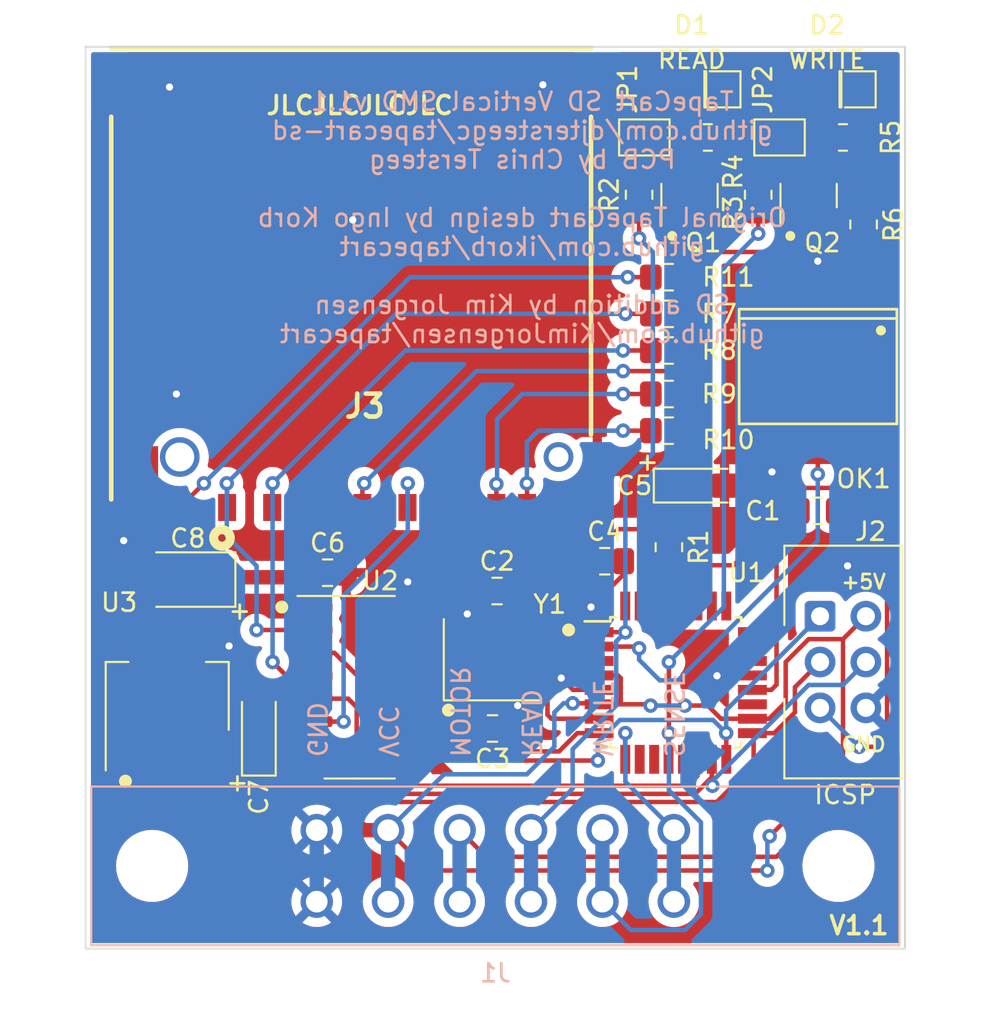
<source format=kicad_pcb>
(kicad_pcb (version 20221018) (generator pcbnew)
  (layers (0 "F.Cu" signal) (31 "B.Cu" signal) (34 "B.Paste" user) (35 "F.Paste" user) (36 "B.SilkS" user "B.Silkscreen") (37 "F.SilkS" user "F.Silkscreen") (38 "B.Mask" user) (39 "F.Mask" user) (44 "Edge.Cuts" user))
  (net 0 "")
  (net 1 "Net-(OK1-Pad1)")
  (net 2 "GND")
  (net 3 "/READ_D3")
  (net 4 "/MOTOR_D4")
  (net 5 "/SENSE_D5")
  (net 6 "/WRITE_D8")
  (net 7 "Net-(U1-AREF)")
  (net 8 "+5V")
  (net 9 "Net-(U1-XTAL1{slash}PB6)")
  (net 10 "Net-(U1-XTAL2{slash}PB7)")
  (net 11 "/MOTOR")
  (net 12 "Net-(D1-A)")
  (net 13 "Net-(D2-A)")
  (net 14 "Net-(J3-DAT3{slash}CS)")
  (net 15 "Net-(J3-CMD{slash}DI)")
  (net 16 "+3.3V")
  (net 21 "Net-(J3-CLK{slash}SCLK)")
  (net 22 "/MISO_D12")
  (net 23 "Net-(J3-DAT1)")
  (net 24 "Net-(J3-DAT2)")
  (net 27 "Net-(Q1-B)")
  (net 28 "Net-(JP1-B)")
  (net 29 "Net-(Q2-B)")
  (net 30 "Net-(JP2-B)")
  (net 31 "/CS_D10")
  (net 32 "/MOSI_D11")
  (net 33 "/SCK_D13")
  (net 45 "/RESET")
  (footprint "Package_QFP:TQFP-32_7x7mm_P0.8mm" (layer "F.Cu") (at 167.005 117.856)
    (fp_text reference "U1")
    (fp_text value "ATmega328P-A")
  )
  (footprint "Capacitor_Tantalum_SMD:CP_EIA-3216-18_Kemet-A_Pad1.58x1.35mm_HandSolder" (layer "F.Cu") (at 143.891 120.523 90)
    (fp_text reference "C7")
    (fp_text value "22uf 10V")
  )
  (footprint "Package_TO_SOT_SMD:SOT-23" (layer "F.Cu") (at 174.371 90.8535 90)
    (fp_text reference "Q2")
    (fp_text value "MMBT3904")
  )
  (footprint "Resistor_SMD:R_0805_2012Metric_Pad1.20x1.40mm_HandSolder" (layer "F.Cu") (at 166.624 101.854 180)
    (fp_text reference "R9")
    (fp_text value "10K")
  )
  (footprint "Capacitor_SMD:C_0805_2012Metric_Pad1.18x1.45mm_HandSolder" (layer "F.Cu") (at 147.701 111.76 180)
    (fp_text reference "C6")
    (fp_text value "0.1uf")
  )
  (footprint "Resistor_SMD:R_0805_2012Metric_Pad1.20x1.40mm_HandSolder" (layer "F.Cu") (at 164.973 90.805 -90)
    (fp_text reference "R2")
    (fp_text value "1K")
  )
  (footprint "Resistor_SMD:R_0805_2012Metric_Pad1.20x1.40mm_HandSolder" (layer "F.Cu") (at 168.783 87.63 180)
    (fp_text reference "R4")
    (fp_text value "330R")
  )
  (footprint "Jumper:SolderJumper-2_P1.3mm_Open_TrianglePad1.0x1.5mm" (layer "F.Cu") (at 172.757 87.63)
    (fp_text reference "JP2")
    (fp_text value "SolderJumper_2_Open")
  )
  (footprint "Resistor_SMD:R_0805_2012Metric_Pad1.20x1.40mm_HandSolder" (layer "F.Cu") (at 166.624 95.377 180)
    (fp_text reference "R11")
    (fp_text value "10K")
  )
  (footprint "Tersteeg:1204 Side Emitting LED" (layer "F.Cu") (at 167.894 84.963)
    (fp_text reference "D1")
    (fp_text value "READ")
  )
  (footprint "Capacitor_SMD:C_0805_2012Metric_Pad1.18x1.45mm_HandSolder" (layer "F.Cu") (at 157.099 112.776 180)
    (fp_text reference "C2")
    (fp_text value "18pf")
  )
  (footprint "Resistor_SMD:R_0805_2012Metric_Pad1.20x1.40mm_HandSolder" (layer "F.Cu") (at 176.276 87.63 180)
    (fp_text reference "R5")
    (fp_text value "330R")
  )
  (footprint "Jumper:SolderJumper-2_P1.3mm_Open_TrianglePad1.0x1.5mm" (layer "F.Cu") (at 165.264 87.63)
    (fp_text reference "JP1")
    (fp_text value "SolderJumper_2_Open")
  )
  (footprint "Resistor_SMD:R_0805_2012Metric_Pad1.20x1.40mm_HandSolder" (layer "F.Cu") (at 166.624 110.347 -90)
    (fp_text reference "R1")
    (fp_text value "10K")
  )
  (footprint "Package_TO_SOT_SMD:SOT-23" (layer "F.Cu") (at 167.767 90.8535 90)
    (fp_text reference "Q1")
    (fp_text value "MMBT3904")
  )
  (footprint "Crystal:Crystal_SMD_3225-4Pin_3.2x2.5mm_HandSoldering" (layer "F.Cu") (at 156.845 116.586)
    (fp_text reference "Y1")
    (fp_text value "16MHz")
  )
  (footprint "Resistor_SMD:R_0805_2012Metric_Pad1.20x1.40mm_HandSolder" (layer "F.Cu") (at 166.624 99.441 180)
    (fp_text reference "R8")
    (fp_text value "10K")
  )
  (footprint "TE SD Card 2041021-3:2041021-3_2" (layer "F.Cu") (at 162.306 107.696 180)
    (fp_text reference "J3")
    (fp_text value "SD_Card_Push_Pull" hide)
  )
  (footprint "Capacitor_Tantalum_SMD:CP_EIA-3216-18_Kemet-A_Pad1.58x1.35mm_HandSolder" (layer "F.Cu") (at 168.275 106.934)
    (fp_text reference "C5")
    (fp_text value "22uf 10V")
  )
  (footprint "Connector_IDC:IDC-Header_2x03_P2.54mm_Vertical" (layer "F.Cu") (at 175.006 114.173)
    (fp_text reference "J2")
    (fp_text value "ICSP")
  )
  (footprint "Resistor_SMD:R_0805_2012Metric_Pad1.20x1.40mm_HandSolder" (layer "F.Cu") (at 166.624 97.409 180)
    (fp_text reference "R7")
    (fp_text value "10K")
  )
  (footprint "Resistor_SMD:R_0805_2012Metric_Pad1.20x1.40mm_HandSolder" (layer "F.Cu") (at 177.419 92.456 -90)
    (fp_text reference "R6")
    (fp_text value "330R")
  )
  (footprint "Capacitor_Tantalum_SMD:CP_EIA-3528-12_Kemet-T_Pad1.50x2.35mm_HandSolder" (layer "F.Cu") (at 139.954 112.141 180)
    (fp_text reference "C8")
    (fp_text value "47uf 10V")
  )
  (footprint "Capacitor_SMD:C_0805_2012Metric_Pad1.18x1.45mm_HandSolder" (layer "F.Cu") (at 174.879 108.331 180)
    (fp_text reference "C1")
    (fp_text value "0.1uf")
  )
  (footprint "Resistor_SMD:R_0805_2012Metric_Pad1.20x1.40mm_HandSolder" (layer "F.Cu") (at 171.577 90.805 -90)
    (fp_text reference "R3")
    (fp_text value "1K")
  )
  (footprint "Resistor_SMD:R_0805_2012Metric_Pad1.20x1.40mm_HandSolder" (layer "F.Cu") (at 166.624 103.886 180)
    (fp_text reference "R10")
    (fp_text value "10K")
  )
  (footprint "Tersteeg:1204 Side Emitting LED" (layer "F.Cu") (at 175.387 84.963)
    (fp_text reference "D2")
    (fp_text value "WRITE")
  )
  (footprint "4N25SM:DIL6-SMD" (layer "F.Cu") (at 174.879 100.33 180)
    (fp_text reference "OK1")
    (fp_text value "4N25SM")
  )
  (footprint "Capacitor_SMD:C_0805_2012Metric_Pad1.18x1.45mm_HandSolder" (layer "F.Cu") (at 156.845 120.396 180)
    (fp_text reference "C3")
    (fp_text value "18pf")
  )
  (footprint "Capacitor_SMD:C_0805_2012Metric_Pad1.18x1.45mm_HandSolder" (layer "F.Cu") (at 163.068 111.125 180)
    (fp_text reference "C4")
    (fp_text value "0.1uf")
  )
  (footprint "Package_TO_SOT_SMD:SOT-223-3_TabPin2" (layer "F.Cu") (at 138.811 118.618 90)
    (fp_text reference "U3")
    (fp_text value "AMS1117-3.3")
  )
  (footprint "Package_SO:SOIC-16_3.9x9.9mm_P1.27mm" (layer "F.Cu") (at 149.479 118.11)
    (fp_text reference "U2")
    (fp_text value "4050")
  )
  (footprint "Tersteeg:JAMMA_Dark_Blue_2x06_P3.96mm_Horizontal_44.8mm_Wide" (layer "B.Cu") (at 157 128.016 180)
    (fp_text reference "J1")
    (fp_text value "C64-CassettePort")
  )
  (gr_circle (center 154.402019 119.38) (end 154.686 119.38) (stroke (width 0.15)) (fill solid) (layer "F.SilkS"))
  (gr_circle (center 161.065981 114.935) (end 161.349962 114.935) (stroke (width 0.15)) (fill solid) (layer "F.SilkS"))
  (gr_circle (center 173.355 93.091) (end 173.555 93.091) (stroke (width 0.15)) (fill solid) (layer "F.SilkS"))
  (gr_circle (center 145.161 113.665) (end 145.444981 113.665) (stroke (width 0.15)) (fill solid) (layer "F.SilkS"))
  (gr_circle (center 136.495019 123.317) (end 136.779 123.317) (stroke (width 0.15)) (fill solid) (layer "F.SilkS"))
  (gr_circle (center 166.805 93.091) (end 167.005 93.091) (stroke (width 0.15)) (fill solid) (layer "F.SilkS"))
  (gr_rect (start 134.286 82.6) (end 179.714 132.6) (stroke (width 0.1)) (fill none) (layer "Edge.Cuts"))
  (gr_text "TapeCart SD Vertical SMD v1.1\ngithub.com/djtersteegc/tapecart-sd\nPCB by Chris Tersteeg\n\nOriginal TapeCart design by Ingo Korb\ngithub.com/ikorb/tapecart\n\nSD addition by Kim Jorgensen\ngithub.com/KimJorgensen/tapecart" (at 158.496 92.075) (layer "B.SilkS") (effects (font (size 1 1)) (justify mirror)))
  (gr_text "GND" (at 177.419 121.285) (layer "F.SilkS") (effects (font (size 0.8 0.8))))
  (gr_text "JLCJLCJLCJLC" (at 149.479 85.852) (layer "F.SilkS") (effects (font (size 1 1) (thickness 0.2))))
  (gr_text "+" (at 142.113 114.427) (layer "F.SilkS") (effects (font (size 1 1)) (justify left bottom)))
  (gr_text "+" (at 141.986 123.952) (layer "F.SilkS") (effects (font (size 1 1)) (justify left bottom)))
  (gr_text "+5V" (at 177.419 112.268) (layer "F.SilkS") (effects (font (size 0.8 0.8))))
  (gr_text "+" (at 164.719 106.172) (layer "F.SilkS") (effects (font (size 1 1)) (justify left bottom)))
  (gr_text "V1.1" (at 177.165 131.318) (layer "F.SilkS") (effects (font (size 1 1) (thickness 0.2))))
  (segment (start 177.419 93.456) (end 177.419 95.685) (width 0.25) (layer "F.Cu") (net 1))
  (segment (start 162.306 113.665) (end 164.1055 111.8655) (width 0.25) (layer "F.Cu") (net 2))
  (segment (start 150.749 120.015) (end 150.368 119.634) (width 0.25) (layer "F.Cu") (net 2))
  (segment (start 161.309 118.256) (end 162.755 118.256) (width 0.25) (layer "F.Cu") (net 2))
  (segment (start 162.755 116.656) (end 161.705 116.656) (width 0.25) (layer "F.Cu") (net 2))
  (segment (start 150.368 120.396) (end 150.749 120.015) (width 0.25) (layer "F.Cu") (net 2))
  (segment (start 161.29 114.681) (end 162.306 113.665) (width 0.25) (layer "F.Cu") (net 2))
  (segment (start 150.495 116.205) (end 151.954 116.205) (width 0.25) (layer "F.Cu") (net 2))
  (segment (start 161.29 116.241) (end 161.29 114.681) (width 0.25) (layer "F.Cu") (net 2))
  (segment (start 155.395 113.4425) (end 155.395 115.436) (width 0.25) (layer "F.Cu") (net 2))
  (segment (start 150.749 120.015) (end 151.954 120.015) (width 0.25) (layer "F.Cu") (net 2))
  (segment (start 160.655 117.602) (end 161.309 118.256) (width 0.25) (layer "F.Cu") (net 2))
  (segment (start 150.368 116.332) (end 150.495 116.205) (width 0.25) (layer "F.Cu") (net 2))
  (segment (start 150.368 119.634) (end 150.368 116.332) (width 0.25) (layer "F.Cu") (net 2))
  (segment (start 156.0615 112.776) (end 155.395 113.4425) (width 0.25) (layer "F.Cu") (net 2))
  (segment (start 158.295 117.736) (end 158.295 119.9835) (width 0.25) (layer "F.Cu") (net 2))
  (segment (start 169.291 117.475) (end 171.236 117.475) (width 0.25) (layer "F.Cu") (net 2))
  (segment (start 150.368 122.301) (end 150.368 120.396) (width 0.25) (layer "F.Cu") (net 2))
  (segment (start 161.705 116.656) (end 161.29 116.241) (width 0.25) (layer "F.Cu") (net 2))
  (segment (start 164.1055 111.8655) (end 164.1055 111.125) (width 0.25) (layer "F.Cu") (net 2))
  (segment (start 150.622 122.555) (end 150.368 122.301) (width 0.25) (layer "F.Cu") (net 2))
  (segment (start 151.954 122.555) (end 150.622 122.555) (width 0.25) (layer "F.Cu") (net 2))
  (via (at 139.319 101.854) (size 0.8) (drill 0.4) (layers "F.Cu" "B.Cu") (net 2))
  (via (at 136.398 109.982) (size 0.8) (drill 0.4) (layers "F.Cu" "B.Cu") (net 2))
  (via (at 142.24 115.824) (size 0.8) (drill 0.4) (layers "F.Cu" "B.Cu") (net 2))
  (via (at 155.448 114.046) (size 0.8) (drill 0.4) (layers "F.Cu" "B.Cu") (net 2))
  (via (at 169.291 117.475) (size 0.8) (drill 0.4) (layers "F.Cu" "B.Cu") (net 2))
  (via (at 174.879 94.488) (size 0.8) (drill 0.4) (layers "F.Cu" "B.Cu") (net 2))
  (via (at 160.655 117.602) (size 0.8) (drill 0.4) (layers "F.Cu" "B.Cu") (net 2))
  (via (at 149.098 92.202) (size 0.8) (drill 0.4) (layers "F.Cu" "B.Cu") (net 2))
  (via (at 172.339 106.172) (size 0.8) (drill 0.4) (layers "F.Cu" "B.Cu") (net 2))
  (via (at 162.306 113.665) (size 0.8) (drill 0.4) (layers "F.Cu" "B.Cu") (net 2))
  (via (at 159.639 84.709) (size 0.8) (drill 0.4) (layers "F.Cu" "B.Cu") (net 2))
  (via (at 176.53 111.379) (size 0.8) (drill 0.4) (layers "F.Cu" "B.Cu") (net 2))
  (via (at 152.146 112.268) (size 0.8) (drill 0.4) (layers "F.Cu" "B.Cu") (net 2))
  (via (at 138.938 84.836) (size 0.8) (drill 0.4) (layers "F.Cu" "B.Cu") (net 2))
  (via (at 158.242 119.126) (size 0.8) (drill 0.4) (layers "F.Cu" "B.Cu") (net 2))
  (segment (start 147.1 125.7058) (end 147.1 129.6658) (width 0.8) (layer "B.Cu") (net 2))
  (segment (start 163.948 88.221) (end 164.539 87.63) (width 0.25) (layer "F.Cu") (net 3))
  (segment (start 164.973 91.805) (end 163.948 90.78) (width 0.25) (layer "F.Cu") (net 3))
  (segment (start 163.948 90.78) (end 163.948 88.221) (width 0.25) (layer "F.Cu") (net 3))
  (segment (start 164.205 115.056) (end 164.211 115.062) (width 0.25) (layer "F.Cu") (net 3))
  (segment (start 164.973 93.218) (end 164.973 91.805) (width 0.25) (layer "F.Cu") (net 3))
  (segment (start 162.755 115.056) (end 164.205 115.056) (width 0.25) (layer "F.Cu") (net 3))
  (via (at 164.211 115.062) (size 0.8) (drill 0.4) (layers "F.Cu" "B.Cu") (net 3))
  (via (at 164.973 93.218) (size 0.8) (drill 0.4) (layers "F.Cu" "B.Cu") (net 3))
  (segment (start 163.703 119.126) (end 161.29 121.539) (width 0.25) (layer "B.Cu") (net 3))
  (segment (start 163.703 115.57) (end 163.703 119.126) (width 0.25) (layer "B.Cu") (net 3))
  (segment (start 164.211 106.68) (end 165.735 105.156) (width 0.25) (layer "B.Cu") (net 3))
  (segment (start 158.98 129.6658) (end 158.98 125.7058) (width 0.8) (layer "B.Cu") (net 3))
  (segment (start 161.29 121.539) (end 161.29 123.726) (width 0.25) (layer "B.Cu") (net 3))
  (segment (start 165.735 93.98) (end 164.973 93.218) (width 0.25) (layer "B.Cu") (net 3))
  (segment (start 158.98 126.036) (end 161.29 123.726) (width 0.25) (layer "B.Cu") (net 3))
  (segment (start 164.211 115.062) (end 164.211 106.68) (width 0.25) (layer "B.Cu") (net 3))
  (segment (start 165.735 105.156) (end 165.735 93.98) (width 0.25) (layer "B.Cu") (net 3))
  (segment (start 164.211 115.062) (end 163.703 115.57) (width 0.25) (layer "B.Cu") (net 3))
  (segment (start 164.878 115.856) (end 164.973 115.951) (width 0.25) (layer "F.Cu") (net 4))
  (segment (start 174.879 106.299) (end 174.879 104.975) (width 0.25) (layer "F.Cu") (net 4))
  (segment (start 162.755 115.856) (end 164.878 115.856) (width 0.25) (layer "F.Cu") (net 4))
  (via (at 174.879 106.299) (size 0.8) (drill 0.4) (layers "F.Cu" "B.Cu") (net 4))
  (via (at 164.973 115.951) (size 0.8) (drill 0.4) (layers "F.Cu" "B.Cu") (net 4))
  (segment (start 174.879 109.982) (end 174.879 106.299) (width 0.25) (layer "B.Cu") (net 4))
  (segment (start 164.973 115.951) (end 164.973 116.586) (width 0.25) (layer "B.Cu") (net 4))
  (segment (start 167.132 117.729) (end 174.879 109.982) (width 0.25) (layer "B.Cu") (net 4))
  (segment (start 166.116 117.729) (end 167.132 117.729) (width 0.25) (layer "B.Cu") (net 4))
  (segment (start 164.973 116.586) (end 166.116 117.729) (width 0.25) (layer "B.Cu") (net 4))
  (segment (start 164.205 122.106) (end 164.205 120.656) (width 0.25) (layer "F.Cu") (net 5))
  (segment (start 164.205 120.656) (end 164.211 120.65) (width 0.25) (layer "F.Cu") (net 5))
  (via (at 164.211 120.65) (size 0.8) (drill 0.4) (layers "F.Cu" "B.Cu") (net 5))
  (segment (start 164.211 123.347) (end 166.9 126.036) (width 0.25) (layer "B.Cu") (net 5))
  (segment (start 166.9 129.6658) (end 166.9 125.7058) (width 0.8) (layer "B.Cu") (net 5))
  (segment (start 164.211 120.65) (end 164.211 123.347) (width 0.25) (layer "B.Cu") (net 5))
  (segment (start 166.624 120.65) (end 166.624 116.713) (width 0.25) (layer "F.Cu") (net 6))
  (segment (start 171.577 91.805) (end 170.552 90.78) (width 0.25) (layer "F.Cu") (net 6))
  (segment (start 170.552 90.78) (end 170.552 89.11) (width 0.25) (layer "F.Cu") (net 6))
  (segment (start 166.605 120.669) (end 166.624 120.65) (width 0.25) (layer "F.Cu") (net 6))
  (segment (start 171.577 92.964) (end 171.577 91.805) (width 0.25) (layer "F.Cu") (net 6))
  (segment (start 170.552 89.11) (end 172.032 87.63) (width 0.25) (layer "F.Cu") (net 6))
  (segment (start 166.605 122.106) (end 166.605 120.669) (width 0.25) (layer "F.Cu") (net 6))
  (via (at 166.624 120.65) (size 0.8) (drill 0.4) (layers "F.Cu" "B.Cu") (net 6))
  (via (at 166.624 116.713) (size 0.8) (drill 0.4) (layers "F.Cu" "B.Cu") (net 6))
  (via (at 171.577 92.964) (size 0.8) (drill 0.4) (layers "F.Cu" "B.Cu") (net 6))
  (segment (start 166.624 120.65) (end 166.624 123.825) (width 0.25) (layer "B.Cu") (net 6))
  (segment (start 169.672 94.869) (end 171.577 92.964) (width 0.25) (layer "B.Cu") (net 6))
  (segment (start 167.513 131.572) (end 164.516 131.572) (width 0.25) (layer "B.Cu") (net 6))
  (segment (start 168.402 125.603) (end 168.402 130.683) (width 0.25) (layer "B.Cu") (net 6))
  (segment (start 168.402 130.683) (end 167.513 131.572) (width 0.25) (layer "B.Cu") (net 6))
  (segment (start 162.94 129.6658) (end 162.94 125.7058) (width 0.8) (layer "B.Cu") (net 6))
  (segment (start 166.624 123.825) (end 168.402 125.603) (width 0.25) (layer "B.Cu") (net 6))
  (segment (start 169.672 113.665) (end 169.672 94.869) (width 0.25) (layer "B.Cu") (net 6))
  (segment (start 164.516 131.572) (end 162.94 129.996) (width 0.25) (layer "B.Cu") (net 6))
  (segment (start 166.624 116.713) (end 169.672 113.665) (width 0.25) (layer "B.Cu") (net 6))
  (segment (start 172.305 118.256) (end 172.593 117.968) (width 0.25) (layer "F.Cu") (net 7))
  (segment (start 172.593 117.968) (end 172.593 109.5795) (width 0.25) (layer "F.Cu") (net 7))
  (segment (start 171.255 118.256) (end 172.305 118.256) (width 0.25) (layer "F.Cu") (net 7))
  (segment (start 172.593 109.5795) (end 173.8415 108.331) (width 0.25) (layer "F.Cu") (net 7))
  (segment (start 161.29 118.999) (end 162.698 118.999) (width 0.25) (layer "F.Cu") (net 8))
  (segment (start 174.371 115.443) (end 176.276 115.443) (width 0.25) (layer "F.Cu") (net 8))
  (segment (start 166.8375 106.934) (end 168.91 104.8615) (width 0.25) (layer "F.Cu") (net 8))
  (segment (start 144.653 124.079) (end 143.891 123.317) (width 0.8) (layer "F.Cu") (net 8))
  (segment (start 174.371 93.091) (end 174.371 89.916) (width 0.25) (layer "F.Cu") (net 8))
  (segment (start 151.06 126.036) (end 153.294 128.27) (width 0.25) (layer "F.Cu") (net 8))
  (segment (start 171.255 119.856) (end 172.18 119.856) (width 0.25) (layer "F.Cu") (net 8))
  (segment (start 162.755 119.056) (end 165.538 119.056) (width 0.25) (layer "F.Cu") (net 8))
  (segment (start 169.513 119.856) (end 171.255 119.856) (width 0.25) (layer "F.Cu") (net 8))
  (segment (start 163.8085 109.347) (end 162.0305 111.125) (width 0.25) (layer "F.Cu") (net 8))
  (segment (start 166.624 109.347) (end 163.8085 109.347) (width 0.25) (layer "F.Cu") (net 8))
  (segment (start 173.101 116.713) (end 174.371 115.443) (width 0.25) (layer "F.Cu") (net 8))
  (segment (start 163.805 117.456) (end 163.957 117.608) (width 0.25) (layer "F.Cu") (net 8))
  (segment (start 161.69 117.456) (end 161.671 117.475) (width 0.25) (layer "F.Cu") (net 8))
  (segment (start 143.891 123.317) (end 143.891 121.9605) (width 0.8) (layer "F.Cu") (net 8))
  (segment (start 143.6985 121.768) (end 141.111 121.768) (width 0.8) (layer "F.Cu") (net 8))
  (segment (start 153.294 128.27) (end 172.085 128.27) (width 0.25) (layer "F.Cu") (net 8))
  (segment (start 167.767 92.837) (end 168.91 93.98) (width 0.25) (layer "F.Cu") (net 8))
  (segment (start 149.658 126.036) (end 147.701 124.079) (width 0.8) (layer "F.Cu") (net 8))
  (segment (start 176.276 122.301) (end 172.212 126.365) (width 0.25) (layer "F.Cu") (net 8))
  (segment (start 168.91 104.8615) (end 168.91 93.98) (width 0.25) (layer "F.Cu") (net 8))
  (segment (start 160.655 116.459) (end 160.655 112.5005) (width 0.25) (layer "F.Cu") (net 8))
  (segment (start 162.755 117.456) (end 161.69 117.456) (width 0.25) (layer "F.Cu") (net 8))
  (segment (start 172.18 119.856) (end 173.101 118.935) (width 0.25) (layer "F.Cu") (net 8))
  (segment (start 147.701 124.079) (end 144.653 124.079) (width 0.8) (layer "F.Cu") (net 8))
  (segment (start 165.538 119.056) (end 165.608 119.126) (width 0.25) (layer "F.Cu") (net 8))
  (segment (start 167.767 89.916) (end 167.767 92.837) (width 0.25) (layer "F.Cu") (net 8))
  (segment (start 166.624 107.1475) (end 166.8375 106.934) (width 0.25) (layer "F.Cu") (net 8))
  (segment (start 167.513 119.126) (end 168.783 119.126) (width 0.25) (layer "F.Cu") (net 8))
  (segment (start 163.957 118.872) (end 163.773 119.056) (width 0.25) (layer "F.Cu") (net 8))
  (segment (start 151.06 126.036) (end 149.658 126.036) (width 0.8) (layer "F.Cu") (net 8))
  (segment (start 168.783 119.126) (end 169.513 119.856) (width 0.25) (layer "F.Cu") (net 8))
  (segment (start 173.482 93.98) (end 174.371 93.091) (width 0.25) (layer "F.Cu") (net 8))
  (segment (start 173.101 118.935) (end 173.101 116.713) (width 0.25) (layer "F.Cu") (net 8))
  (segment (start 161.671 117.475) (end 160.655 116.459) (width 0.25) (layer "F.Cu") (net 8))
  (segment (start 163.957 117.608) (end 163.957 118.872) (width 0.25) (layer "F.Cu") (net 8))
  (segment (start 160.655 112.5005) (end 162.0305 111.125) (width 0.25) (layer "F.Cu") (net 8))
  (segment (start 163.773 119.056) (end 162.755 119.056) (width 0.25) (layer "F.Cu") (net 8))
  (segment (start 176.276 115.443) (end 177.546 114.173) (width 0.25) (layer "F.Cu") (net 8))
  (segment (start 162.755 117.456) (end 163.805 117.456) (width 0.25) (layer "F.Cu") (net 8))
  (segment (start 166.624 109.347) (end 166.624 107.1475) (width 0.25) (layer "F.Cu") (net 8))
  (segment (start 176.276 115.443) (end 176.276 122.301) (width 0.25) (layer "F.Cu") (net 8))
  (segment (start 168.91 93.98) (end 173.482 93.98) (width 0.25) (layer "F.Cu") (net 8))
  (via (at 161.29 118.999) (size 0.8) (drill 0.4) (layers "F.Cu" "B.Cu") (net 8))
  (via (at 172.085 128.27) (size 0.8) (drill 0.4) (layers "F.Cu" "B.Cu") (net 8))
  (via (at 165.608 119.126) (size 0.8) (drill 0.4) (layers "F.Cu" "B.Cu") (net 8))
  (via (at 167.513 119.126) (size 0.8) (drill 0.4) (layers "F.Cu" "B.Cu") (net 8))
  (via (at 172.212 126.365) (size 0.8) (drill 0.4) (layers "F.Cu" "B.Cu") (net 8))
  (segment (start 172.085 126.492) (end 172.212 126.365) (width 0.25) (layer "B.Cu") (net 8))
  (segment (start 160.274 119.507) (end 160.274 121.412) (width 0.25) (layer "B.Cu") (net 8))
  (segment (start 154.16 122.936) (end 151.06 126.036) (width 0.25) (layer "B.Cu") (net 8))
  (segment (start 172.085 128.27) (end 172.085 126.492) (width 0.25) (layer "B.Cu") (net 8))
  (segment (start 160.274 121.412) (end 158.75 122.936) (width 0.25) (layer "B.Cu") (net 8))
  (segment (start 165.608 119.126) (end 167.513 119.126) (width 0.25) (layer "B.Cu") (net 8))
  (segment (start 161.29 118.999) (end 160.782 118.999) (width 0.25) (layer "B.Cu") (net 8))
  (segment (start 151.06 125.7058) (end 151.06 129.6658) (width 0.8) (layer "B.Cu") (net 8))
  (segment (start 158.75 122.936) (end 154.16 122.936) (width 0.25) (layer "B.Cu") (net 8))
  (segment (start 160.782 118.999) (end 160.274 119.507) (width 0.25) (layer "B.Cu") (net 8))
  (segment (start 162.755 119.856) (end 160.115 119.856) (width 0.25) (layer "F.Cu") (net 9))
  (segment (start 160.115 119.856) (end 159.893 119.634) (width 0.25) (layer "F.Cu") (net 9))
  (segment (start 159.893 119.634) (end 159.893 116.586) (width 0.25) (layer "F.Cu") (net 9))
  (segment (start 158.295 112.9345) (end 158.295 115.436) (width 0.25) (layer "F.Cu") (net 9))
  (segment (start 159.893 116.586) (end 158.743 115.436) (width 0.25) (layer "F.Cu") (net 9))
  (segment (start 155.395 119.9835) (end 155.395 117.736) (width 0.25) (layer "F.Cu") (net 10))
  (segment (start 162.755 120.656) (end 161.544 120.656) (width 0.25) (layer "F.Cu") (net 10))
  (segment (start 160.534 121.666) (end 157.0775 121.666) (width 0.25) (layer "F.Cu") (net 10))
  (segment (start 157.0775 121.666) (end 155.8075 120.396) (width 0.25) (layer "F.Cu") (net 10))
  (segment (start 161.544 120.656) (end 160.534 121.666) (width 0.25) (layer "F.Cu") (net 10))
  (segment (start 156.492 127.508) (end 172.593 127.508) (width 0.25) (layer "F.Cu") (net 11))
  (segment (start 172.593 127.508) (end 179.171 120.93) (width 0.25) (layer "F.Cu") (net 11))
  (segment (start 155.02 126.036) (end 156.492 127.508) (width 0.25) (layer "F.Cu") (net 11))
  (segment (start 179.171 120.93) (end 179.171 93.208) (width 0.25) (layer "F.Cu") (net 11))
  (segment (start 179.171 93.208) (end 177.419 91.456) (width 0.25) (layer "F.Cu") (net 11))
  (segment (start 155.02 129.6658) (end 155.02 125.7058) (width 0.8) (layer "B.Cu") (net 11))
  (segment (start 166.918 86.487) (end 168.64 86.487) (width 0.25) (layer "F.Cu") (net 12))
  (segment (start 168.64 86.487) (end 169.783 87.63) (width 0.25) (layer "F.Cu") (net 12))
  (segment (start 166.144 85.713) (end 166.918 86.487) (width 0.25) (layer "F.Cu") (net 12))
  (segment (start 166.144 84.963) (end 166.144 85.713) (width 0.25) (layer "F.Cu") (net 12))
  (segment (start 173.637 85.713) (end 174.411 86.487) (width 0.25) (layer "F.Cu") (net 13))
  (segment (start 174.411 86.487) (end 176.133 86.487) (width 0.25) (layer "F.Cu") (net 13))
  (segment (start 176.133 86.487) (end 177.276 87.63) (width 0.25) (layer "F.Cu") (net 13))
  (segment (start 173.637 84.963) (end 173.637 85.713) (width 0.25) (layer "F.Cu") (net 13))
  (segment (start 164.211 97.409) (end 165.624 97.409) (width 0.25) (layer "F.Cu") (net 14))
  (segment (start 142.131 108.146) (end 142.131 106.825) (width 0.25) (layer "F.Cu") (net 14))
  (segment (start 142.131 106.825) (end 142.113 106.807) (width 0.25) (layer "F.Cu") (net 14))
  (segment (start 143.764 114.935) (end 147.004 114.935) (width 0.25) (layer "F.Cu") (net 14))
  (via (at 143.764 114.935) (size 0.8) (drill 0.4) (layers "F.Cu" "B.Cu") (net 14))
  (via (at 142.113 106.807) (size 0.8) (drill 0.4) (layers "F.Cu" "B.Cu") (net 14))
  (via (at 164.211 97.409) (size 0.8) (drill 0.4) (layers "F.Cu" "B.Cu") (net 14))
  (segment (start 143.764 114.935) (end 143.764 111.379) (width 0.25) (layer "B.Cu") (net 14))
  (segment (start 151.511 97.409) (end 164.211 97.409) (width 0.25) (layer "B.Cu") (net 14))
  (segment (start 142.113 106.807) (end 151.511 97.409) (width 0.25) (layer "B.Cu") (net 14))
  (segment (start 143.764 111.379) (end 142.113 109.728) (width 0.25) (layer "B.Cu") (net 14))
  (segment (start 142.113 109.728) (end 142.113 106.807) (width 0.25) (layer "B.Cu") (net 14))
  (segment (start 164.084 99.441) (end 165.624 99.441) (width 0.25) (layer "F.Cu") (net 15))
  (segment (start 144.653 116.713) (end 145.415 117.475) (width 0.25) (layer "F.Cu") (net 15))
  (segment (start 144.631 108.146) (end 144.631 106.829) (width 0.25) (layer "F.Cu") (net 15))
  (segment (start 145.415 117.475) (end 147.004 117.475) (width 0.25) (layer "F.Cu") (net 15))
  (segment (start 144.631 106.829) (end 144.653 106.807) (width 0.25) (layer "F.Cu") (net 15))
  (via (at 144.653 106.807) (size 0.8) (drill 0.4) (layers "F.Cu" "B.Cu") (net 15))
  (via (at 164.084 99.441) (size 0.8) (drill 0.4) (layers "F.Cu" "B.Cu") (net 15))
  (via (at 144.653 116.713) (size 0.8) (drill 0.4) (layers "F.Cu" "B.Cu") (net 15))
  (segment (start 152.019 99.441) (end 164.084 99.441) (width 0.25) (layer "B.Cu") (net 15))
  (segment (start 144.653 106.807) (end 144.653 116.713) (width 0.25) (layer "B.Cu") (net 15))
  (segment (start 144.653 106.807) (end 152.019 99.441) (width 0.25) (layer "B.Cu") (net 15))
  (segment (start 138.811 114.7215) (end 141.3915 112.141) (width 0.8) (layer "F.Cu") (net 16))
  (segment (start 146.6635 111.76) (end 146.6635 113.3245) (width 0.8) (layer "F.Cu") (net 16))
  (segment (start 167.624 95.758) (end 167.624 103.886) (width 0.25) (layer "F.Cu") (net 16))
  (segment (start 138.811 121.768) (end 138.811 115.468) (width 0.8) (layer "F.Cu") (net 16))
  (segment (start 146.6635 113.3245) (end 147.004 113.665) (width 0.25) (layer "F.Cu") (net 16))
  (segment (start 146.6635 111.1135) (end 149.631 108.146) (width 0.8) (layer "F.Cu") (net 16))
  (segment (start 149.631 108.146) (end 149.631 106.909) (width 0.25) (layer "F.Cu") (net 16))
  (segment (start 164.084 100.584) (end 166.481 100.584) (width 0.25) (layer "F.Cu") (net 16))
  (segment (start 146.4095 112.014) (end 146.6635 111.76) (width 0.8) (layer "F.Cu") (net 16))
  (segment (start 146.6635 111.76) (end 146.6635 111.1135) (width 0.8) (layer "F.Cu") (net 16))
  (segment (start 141.5185 112.014) (end 146.4095 112.014) (width 0.8) (layer "F.Cu") (net 16))
  (segment (start 166.481 100.584) (end 167.624 99.441) (width 0.25) (layer "F.Cu") (net 16))
  (segment (start 149.631 106.909) (end 149.733 106.807) (width 0.25) (layer "F.Cu") (net 16))
  (via (at 164.084 100.584) (size 0.8) (drill 0.4) (layers "F.Cu" "B.Cu") (net 16))
  (via (at 149.733 106.807) (size 0.8) (drill 0.4) (layers "F.Cu" "B.Cu") (net 16))
  (segment (start 155.956 100.584) (end 164.084 100.584) (width 0.25) (layer "B.Cu") (net 16))
  (segment (start 149.733 106.807) (end 155.956 100.584) (width 0.25) (layer "B.Cu") (net 16))
  (segment (start 148.59 120.015) (end 147.004 120.015) (width 0.25) (layer "F.Cu") (net 21))
  (segment (start 152.131 108.146) (end 152.131 106.822) (width 0.25) (layer "F.Cu") (net 21))
  (segment (start 152.131 106.822) (end 152.146 106.807) (width 0.25) (layer "F.Cu") (net 21))
  (via (at 148.59 120.015) (size 0.8) (drill 0.4) (layers "F.Cu" "B.Cu") (net 21))
  (via (at 152.146 106.807) (size 0.8) (drill 0.4) (layers "F.Cu" "B.Cu") (net 21))
  (segment (start 148.59 113.03) (end 148.59 120.015) (width 0.25) (layer "B.Cu") (net 21))
  (segment (start 152.146 106.807) (end 152.146 109.474) (width 0.25) (layer "B.Cu") (net 21))
  (segment (start 148.59 113.03) (end 152.146 109.474) (width 0.25) (layer "B.Cu") (net 21))
  (segment (start 164.084 101.854) (end 165.624 101.854) (width 0.25) (layer "F.Cu") (net 22))
  (segment (start 154.94 122.174) (end 162.687 122.174) (width 0.25) (layer "F.Cu") (net 22))
  (segment (start 169.805 122.106) (end 169.805 120.7645) (width 0.25) (layer "F.Cu") (net 22))
  (segment (start 153.67 120.904) (end 154.94 122.174) (width 0.25) (layer "F.Cu") (net 22))
  (segment (start 157.061 108.146) (end 157.061 106.845) (width 0.25) (layer "F.Cu") (net 22))
  (segment (start 157.099 106.807) (end 157.061 106.845) (width 0.25) (layer "F.Cu") (net 22))
  (segment (start 153.67 112.014) (end 153.67 120.904) (width 0.25) (layer "F.Cu") (net 22))
  (segment (start 169.805 120.7645) (end 169.799 120.7585) (width 0.25) (layer "F.Cu") (net 22))
  (segment (start 157.061 108.623) (end 153.67 112.014) (width 0.25) (layer "F.Cu") (net 22))
  (via (at 164.084 101.854) (size 0.8) (drill 0.4) (layers "F.Cu" "B.Cu") (net 22))
  (via (at 162.687 122.174) (size 0.8) (drill 0.4) (layers "F.Cu" "B.Cu") (net 22))
  (via (at 169.799 120.65) (size 0.8) (drill 0.4) (layers "F.Cu" "B.Cu") (net 22))
  (via (at 157.061 106.845) (size 0.8) (drill 0.4) (layers "F.Cu" "B.Cu") (net 22))
  (segment (start 169.799 119.38) (end 175.006 114.173) (width 0.25) (layer "B.Cu") (net 22))
  (segment (start 162.687 122.174) (end 162.687 121.148695) (width 0.25) (layer "B.Cu") (net 22))
  (segment (start 158.496 101.854) (end 164.084 101.854) (width 0.25) (layer "B.Cu") (net 22))
  (segment (start 162.687 121.148695) (end 163.910695 119.925) (width 0.25) (layer "B.Cu") (net 22))
  (segment (start 169.074 119.925) (end 169.799 120.65) (width 0.25) (layer "B.Cu") (net 22))
  (segment (start 163.910695 119.925) (end 169.074 119.925) (width 0.25) (layer "B.Cu") (net 22))
  (segment (start 169.799 120.65) (end 169.799 119.38) (width 0.25) (layer "B.Cu") (net 22))
  (segment (start 157.099 106.807) (end 157.099 103.251) (width 0.25) (layer "B.Cu") (net 22))
  (segment (start 157.099 103.251) (end 158.496 101.854) (width 0.25) (layer "B.Cu") (net 22))
  (segment (start 158.761 106.818) (end 158.75 106.807) (width 0.25) (layer "F.Cu") (net 23))
  (segment (start 164.084 103.886) (end 165.624 103.886) (width 0.25) (layer "F.Cu") (net 23))
  (segment (start 158.761 108.146) (end 158.761 106.818) (width 0.25) (layer "F.Cu") (net 23))
  (via (at 158.75 106.807) (size 0.8) (drill 0.4) (layers "F.Cu" "B.Cu") (net 23))
  (via (at 164.084 103.886) (size 0.8) (drill 0.4) (layers "F.Cu" "B.Cu") (net 23))
  (segment (start 158.75 104.521) (end 159.385 103.886) (width 0.25) (layer "B.Cu") (net 23))
  (segment (start 158.75 106.807) (end 158.75 104.521) (width 0.25) (layer "B.Cu") (net 23))
  (segment (start 159.385 103.886) (end 164.084 103.886) (width 0.25) (layer "B.Cu") (net 23))
  (segment (start 139.631 108.019) (end 140.843 106.807) (width 0.25) (layer "F.Cu") (net 24))
  (segment (start 164.338 95.377) (end 165.624 95.377) (width 0.25) (layer "F.Cu") (net 24))
  (via (at 140.843 106.807) (size 0.8) (drill 0.4) (layers "F.Cu" "B.Cu") (net 24))
  (via (at 164.338 95.377) (size 0.8) (drill 0.4) (layers "F.Cu" "B.Cu") (net 24))
  (segment (start 152.273 95.377) (end 164.338 95.377) (width 0.25) (layer "B.Cu") (net 24))
  (segment (start 140.843 106.807) (end 152.273 95.377) (width 0.25) (layer "B.Cu") (net 24))
  (segment (start 165.243 89.805) (end 166.817 91.379) (width 0.25) (layer "F.Cu") (net 27))
  (segment (start 166.817 91.379) (end 166.817 91.791) (width 0.25) (layer "F.Cu") (net 27))
  (segment (start 164.973 89.805) (end 165.243 89.805) (width 0.25) (layer "F.Cu") (net 27))
  (segment (start 168.717 91.791) (end 168.717 88.564) (width 0.25) (layer "F.Cu") (net 28))
  (segment (start 165.989 87.63) (end 167.783 87.63) (width 0.25) (layer "F.Cu") (net 28))
  (segment (start 168.717 88.564) (end 167.783 87.63) (width 0.25) (layer "F.Cu") (net 28))
  (segment (start 171.577 89.805) (end 171.974 89.805) (width 0.25) (layer "F.Cu") (net 29))
  (segment (start 173.421 91.252) (end 173.421 91.791) (width 0.25) (layer "F.Cu") (net 29))
  (segment (start 171.974 89.805) (end 173.421 91.252) (width 0.25) (layer "F.Cu") (net 29))
  (segment (start 173.482 87.63) (end 175.276 87.63) (width 0.25) (layer "F.Cu") (net 30))
  (segment (start 175.321 91.791) (end 175.321 87.675) (width 0.25) (layer "F.Cu") (net 30))
  (segment (start 175.321 87.675) (end 175.276 87.63) (width 0.25) (layer "F.Cu") (net 30))
  (segment (start 168.205 123.031) (end 167.665 123.571) (width 0.25) (layer "F.Cu") (net 31))
  (segment (start 168.205 122.106) (end 168.205 123.031) (width 0.25) (layer "F.Cu") (net 31))
  (segment (start 149.765 117.888) (end 148.082 116.205) (width 0.25) (layer "F.Cu") (net 31))
  (segment (start 149.765 122.831812) (end 149.765 117.888) (width 0.25) (layer "F.Cu") (net 31))
  (segment (start 167.665 123.571) (end 150.504188 123.571) (width 0.25) (layer "F.Cu") (net 31))
  (segment (start 150.504188 123.571) (end 149.765 122.831812) (width 0.25) (layer "F.Cu") (net 31))
  (segment (start 148.082 116.205) (end 147.004 116.205) (width 0.25) (layer "F.Cu") (net 31))
  (segment (start 150.317792 124.021) (end 168.079 124.021) (width 0.25) (layer "F.Cu") (net 32))
  (segment (start 149.315 119.216) (end 149.315 123.018208) (width 0.25) (layer "F.Cu") (net 32))
  (segment (start 168.079 124.021) (end 169.005 123.095) (width 0.25) (layer "F.Cu") (net 32))
  (segment (start 149.315 123.018208) (end 150.317792 124.021) (width 0.25) (layer "F.Cu") (net 32))
  (segment (start 169.005 122.106) (end 169.005 123.539) (width 0.25) (layer "F.Cu") (net 32))
  (segment (start 169.005 123.095) (end 169.005 122.106) (width 0.25) (layer "F.Cu") (net 32))
  (segment (start 148.844 118.745) (end 149.315 119.216) (width 0.25) (layer "F.Cu") (net 32))
  (segment (start 147.004 118.745) (end 148.844 118.745) (width 0.25) (layer "F.Cu") (net 32))
  (segment (start 169.005 123.539) (end 169.037 123.571) (width 0.25) (layer "F.Cu") (net 32))
  (via (at 169.037 123.571) (size 0.8) (drill 0.4) (layers "F.Cu" "B.Cu") (net 32))
  (segment (start 177.546 116.713) (end 176.276 117.983) (width 0.25) (layer "B.Cu") (net 32))
  (segment (start 176.276 117.983) (end 174.371 117.983) (width 0.25) (layer "B.Cu") (net 32))
  (segment (start 169.037 123.317) (end 169.037 123.571) (width 0.25) (layer "B.Cu") (net 32))
  (segment (start 174.371 117.983) (end 169.037 123.317) (width 0.25) (layer "B.Cu") (net 32))
  (segment (start 173.609 118.11) (end 173.609 119.507) (width 0.25) (layer "F.Cu") (net 33))
  (segment (start 172.46 120.656) (end 171.255 120.656) (width 0.25) (layer "F.Cu") (net 33))
  (segment (start 150.131396 124.471) (end 169.28 124.471) (width 0.25) (layer "F.Cu") (net 33))
  (segment (start 148.865 122.703) (end 148.865 123.204604) (width 0.25) (layer "F.Cu") (net 33))
  (segment (start 169.28 124.471) (end 171.323 122.428) (width 0.25) (layer "F.Cu") (net 33))
  (segment (start 173.609 119.507) (end 172.46 120.656) (width 0.25) (layer "F.Cu") (net 33))
  (segment (start 147.447 121.285) (end 148.865 122.703) (width 0.25) (layer "F.Cu") (net 33))
  (segment (start 171.323 122.428) (end 171.323 120.724) (width 0.25) (layer "F.Cu") (net 33))
  (segment (start 148.865 123.204604) (end 150.131396 124.471) (width 0.25) (layer "F.Cu") (net 33))
  (segment (start 175.006 116.713) (end 173.609 118.11) (width 0.25) (layer "F.Cu") (net 33))
  (segment (start 166.605 113.606) (end 166.605 111.471) (width 0.25) (layer "F.Cu") (net 45))
  (segment (start 171.958 109.601) (end 171.958 107.95) (width 0.25) (layer "F.Cu") (net 45))
  (segment (start 172.847 107.061) (end 177.292 107.061) (width 0.25) (layer "F.Cu") (net 45))
  (segment (start 166.624 111.347) (end 170.212 111.347) (width 0.25) (layer "F.Cu") (net 45))
  (segment (start 178.721 108.49) (end 178.721 120.743604) (width 0.25) (layer "F.Cu") (net 45))
  (segment (start 178.721 120.743604) (end 178.052604 121.412) (width 0.25) (layer "F.Cu") (net 45))
  (segment (start 178.052604 121.412) (end 177.165 121.412) (width 0.25) (layer "F.Cu") (net 45))
  (segment (start 171.958 107.95) (end 172.847 107.061) (width 0.25) (layer "F.Cu") (net 45))
  (segment (start 177.292 107.061) (end 178.721 108.49) (width 0.25) (layer "F.Cu") (net 45))
  (segment (start 170.212 111.347) (end 171.958 109.601) (width 0.25) (layer "F.Cu") (net 45))
  (via (at 177.165 121.412) (size 0.8) (drill 0.4) (layers "F.Cu" "B.Cu") (net 45))
  (segment (start 175.006 119.253) (end 177.165 121.412) (width 0.25) (layer "B.Cu") (net 45))
  (zone (net 2) (net_name "GND") (layers "F&B.Cu") (connect_pads (clearance 0.508)) (min_thickness 0.254) (fill yes (thermal_gap 0.508) (thermal_bridge_width 0.508))
    (polygon (pts (xy 184.15 135.89) (xy 129.54 135.89) (xy 129.54 80.01) (xy 184.15 80.01)))
  )
)
</source>
